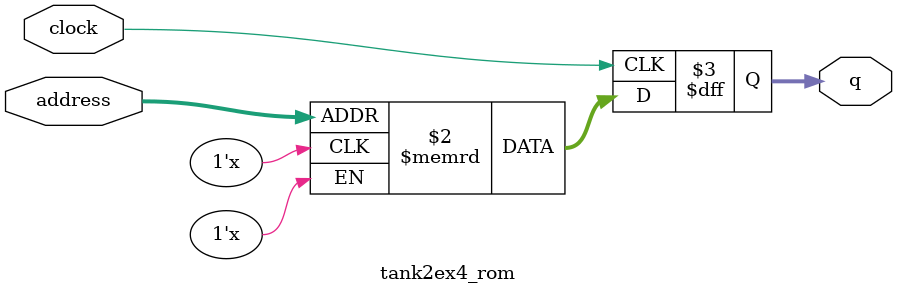
<source format=sv>
module tank2ex4_rom (
	input logic clock,
	input logic [9:0] address,
	output logic [3:0] q
);

logic [3:0] memory [0:1023] /* synthesis ram_init_file = "./tank2ex4/tank2ex4.mif" */;

always_ff @ (posedge clock) begin
	q <= memory[address];
end

endmodule

</source>
